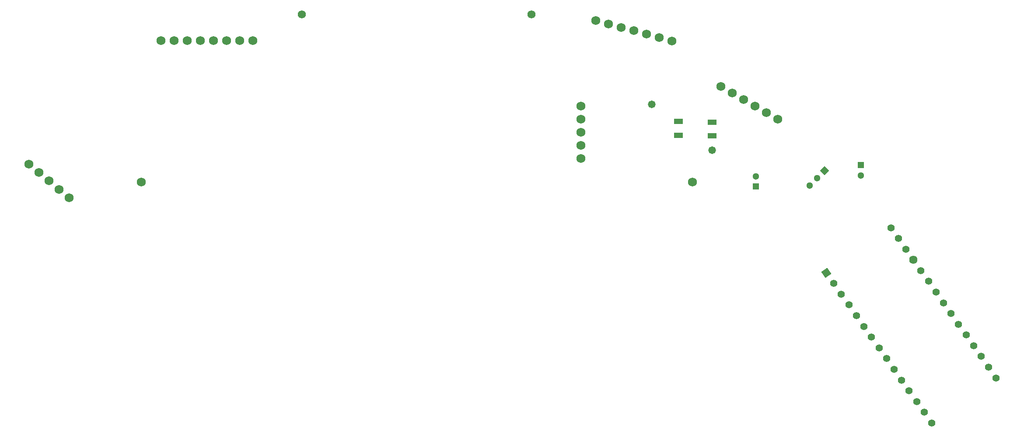
<source format=gts>
G04*
G04 #@! TF.GenerationSoftware,Altium Limited,Altium Designer,23.5.1 (21)*
G04*
G04 Layer_Color=8388736*
%FSLAX25Y25*%
%MOIN*%
G70*
G04*
G04 #@! TF.SameCoordinates,FF9463CB-EB02-43C4-9E9F-CA5E416C3207*
G04*
G04*
G04 #@! TF.FilePolarity,Negative*
G04*
G01*
G75*
%ADD14R,0.06902X0.04343*%
%ADD15C,0.05118*%
%ADD16P,0.07238X4X270.0*%
%ADD17R,0.05118X0.05118*%
%ADD18C,0.06800*%
%ADD19P,0.07873X4X80.0*%
%ADD20C,0.05567*%
%ADD21C,0.06367*%
%ADD22C,0.06200*%
%ADD23C,0.05800*%
D14*
X699500Y242783D02*
D03*
X725000Y242284D02*
D03*
Y252716D02*
D03*
X699500Y253217D02*
D03*
D15*
X799432Y204432D02*
D03*
X805000Y210000D02*
D03*
X838500Y212063D02*
D03*
X758500Y211437D02*
D03*
D16*
X810568Y215568D02*
D03*
D17*
X838500Y219937D02*
D03*
X758500Y203563D02*
D03*
D18*
X625000Y265000D02*
D03*
Y255000D02*
D03*
Y245000D02*
D03*
Y235000D02*
D03*
Y225000D02*
D03*
X636363Y330353D02*
D03*
X646022Y327765D02*
D03*
X655681Y325176D02*
D03*
X665341Y322588D02*
D03*
X675000Y320000D02*
D03*
X684659Y317412D02*
D03*
X694319Y314824D02*
D03*
X375000Y315000D02*
D03*
X365000D02*
D03*
X355000D02*
D03*
X345000D02*
D03*
X335000D02*
D03*
X325000D02*
D03*
X315000D02*
D03*
X305000D02*
D03*
X731699Y280000D02*
D03*
X740359Y275000D02*
D03*
X749019Y270000D02*
D03*
X757679Y265000D02*
D03*
X766340Y260000D02*
D03*
X775000Y255000D02*
D03*
X235000Y195000D02*
D03*
X227340Y201428D02*
D03*
X219679Y207856D02*
D03*
X212019Y214284D02*
D03*
X204358Y220711D02*
D03*
X710000Y206900D02*
D03*
X290000D02*
D03*
D19*
X812057Y137766D02*
D03*
D20*
X817793Y129575D02*
D03*
X823528Y121383D02*
D03*
X829264Y113192D02*
D03*
X835000Y105000D02*
D03*
X840736Y96808D02*
D03*
X846472Y88617D02*
D03*
X852207Y80425D02*
D03*
X857943Y72234D02*
D03*
X863679Y64042D02*
D03*
X869415Y55851D02*
D03*
X875150Y47659D02*
D03*
X880886Y39468D02*
D03*
X886622Y31276D02*
D03*
X892358Y23085D02*
D03*
X941507Y57499D02*
D03*
X935771Y65691D02*
D03*
X930035Y73882D02*
D03*
X924299Y82074D02*
D03*
X918564Y90265D02*
D03*
X912828Y98457D02*
D03*
X907092Y106649D02*
D03*
X901356Y114840D02*
D03*
X895621Y123032D02*
D03*
X889885Y131223D02*
D03*
X884149Y139415D02*
D03*
X872678Y155798D02*
D03*
X866942Y163989D02*
D03*
X861206Y172181D02*
D03*
D21*
X878413Y147606D02*
D03*
D22*
X412500Y335000D02*
D03*
X587500D02*
D03*
D23*
X679000Y266500D02*
D03*
X725000Y231500D02*
D03*
M02*

</source>
